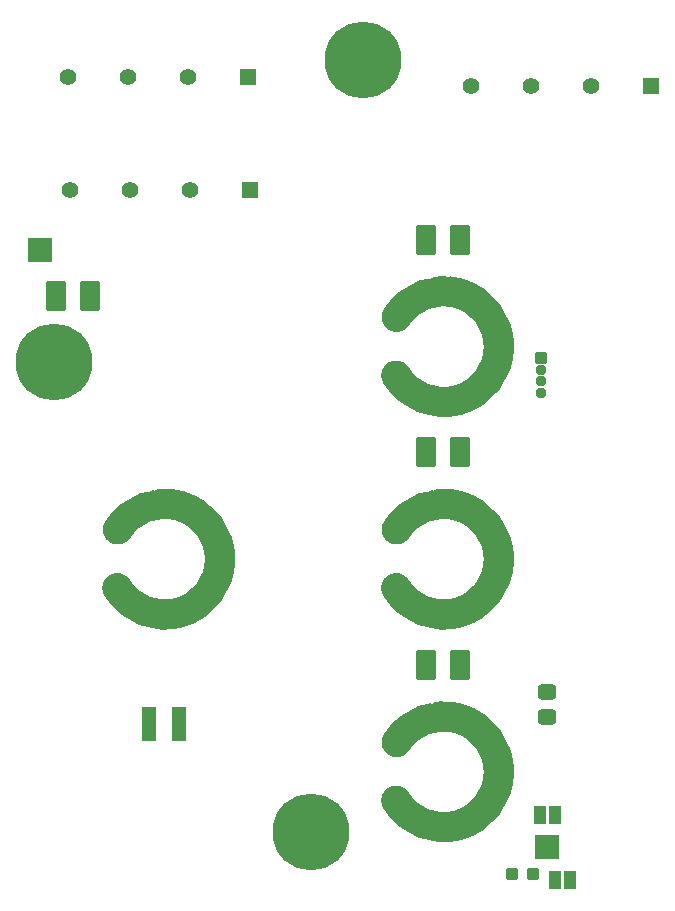
<source format=gbr>
%TF.GenerationSoftware,KiCad,Pcbnew,(7.0.0)*%
%TF.CreationDate,2023-03-15T21:07:42-04:00*%
%TF.ProjectId,headunit_controls,68656164-756e-4697-945f-636f6e74726f,rev?*%
%TF.SameCoordinates,Original*%
%TF.FileFunction,Soldermask,Top*%
%TF.FilePolarity,Negative*%
%FSLAX46Y46*%
G04 Gerber Fmt 4.6, Leading zero omitted, Abs format (unit mm)*
G04 Created by KiCad (PCBNEW (7.0.0)) date 2023-03-15 21:07:42*
%MOMM*%
%LPD*%
G01*
G04 APERTURE LIST*
G04 Aperture macros list*
%AMRoundRect*
0 Rectangle with rounded corners*
0 $1 Rounding radius*
0 $2 $3 $4 $5 $6 $7 $8 $9 X,Y pos of 4 corners*
0 Add a 4 corners polygon primitive as box body*
4,1,4,$2,$3,$4,$5,$6,$7,$8,$9,$2,$3,0*
0 Add four circle primitives for the rounded corners*
1,1,$1+$1,$2,$3*
1,1,$1+$1,$4,$5*
1,1,$1+$1,$6,$7*
1,1,$1+$1,$8,$9*
0 Add four rect primitives between the rounded corners*
20,1,$1+$1,$2,$3,$4,$5,0*
20,1,$1+$1,$4,$5,$6,$7,0*
20,1,$1+$1,$6,$7,$8,$9,0*
20,1,$1+$1,$8,$9,$2,$3,0*%
G04 Aperture macros list end*
%ADD10C,2.500000*%
%ADD11RoundRect,0.050000X0.800000X1.200000X-0.800000X1.200000X-0.800000X-1.200000X0.800000X-1.200000X0*%
%ADD12C,6.500000*%
%ADD13RoundRect,0.050000X0.500000X0.750000X-0.500000X0.750000X-0.500000X-0.750000X0.500000X-0.750000X0*%
%ADD14RoundRect,0.050000X-0.425000X-0.425000X0.425000X-0.425000X0.425000X0.425000X-0.425000X0.425000X0*%
%ADD15O,0.950000X0.950000*%
%ADD16RoundRect,0.300000X0.475000X-0.337500X0.475000X0.337500X-0.475000X0.337500X-0.475000X-0.337500X0*%
%ADD17RoundRect,0.287500X0.250000X0.237500X-0.250000X0.237500X-0.250000X-0.237500X0.250000X-0.237500X0*%
%ADD18RoundRect,0.050000X-0.500000X-0.750000X0.500000X-0.750000X0.500000X0.750000X-0.500000X0.750000X0*%
%ADD19RoundRect,0.050000X-1.000000X-1.000000X1.000000X-1.000000X1.000000X1.000000X-1.000000X1.000000X0*%
%ADD20RoundRect,0.050000X-0.800000X-1.200000X0.800000X-1.200000X0.800000X1.200000X-0.800000X1.200000X0*%
%ADD21RoundRect,0.050000X-0.550000X-1.425000X0.550000X-1.425000X0.550000X1.425000X-0.550000X1.425000X0*%
%ADD22RoundRect,0.050000X0.660000X0.660000X-0.660000X0.660000X-0.660000X-0.660000X0.660000X-0.660000X0*%
%ADD23C,1.420000*%
G04 APERTURE END LIST*
D10*
%TO.C,BTR_3*%
X132828082Y-150085510D02*
G75*
G03*
X132869144Y-145155378I4004033J2431888D01*
G01*
X132828083Y-150085509D02*
G75*
G03*
X132878736Y-145134476I4025717J2434589D01*
G01*
%TO.C,BTR_2*%
X132828082Y-132085510D02*
G75*
G03*
X132869144Y-127155378I4004033J2431888D01*
G01*
X132828082Y-132085510D02*
G75*
G03*
X132878736Y-127134476I4025718J2434589D01*
G01*
%TO.C,BTR_1*%
X109219082Y-150085510D02*
G75*
G03*
X109260144Y-145155378I4004033J2431888D01*
G01*
X109219082Y-150085510D02*
G75*
G03*
X109269736Y-145134476I4025718J2434589D01*
G01*
%TO.C,VOL_1*%
X132828082Y-168085510D02*
G75*
G03*
X132869144Y-163155378I4004033J2431888D01*
G01*
X132828083Y-168085509D02*
G75*
G03*
X132878736Y-163134476I4025717J2434589D01*
G01*
%TD*%
D11*
%TO.C,BAS_LED*%
X138247000Y-120600000D03*
X135397000Y-120600000D03*
%TD*%
D12*
%TO.C,M3_1*%
X130010000Y-105413000D03*
%TD*%
D13*
%TO.C,JP1*%
X146300000Y-169300000D03*
X145000000Y-169300000D03*
%TD*%
D11*
%TO.C,TRE_LED*%
X138247000Y-156650000D03*
X135397000Y-156650000D03*
%TD*%
D14*
%TO.C,LCD_CTRL*%
X145100000Y-130600000D03*
D15*
X145099999Y-131599999D03*
X145099999Y-132599999D03*
X145099999Y-133599999D03*
%TD*%
D16*
%TO.C,C1*%
X145600000Y-161000000D03*
X145600000Y-158925000D03*
%TD*%
D17*
%TO.C,R1*%
X144450000Y-174300000D03*
X142625000Y-174300000D03*
%TD*%
D18*
%TO.C,JP2*%
X146250000Y-174800000D03*
X147550000Y-174800000D03*
%TD*%
D19*
%TO.C,LED_VCC_EX*%
X102650000Y-121500000D03*
%TD*%
D20*
%TO.C,Vol_Text_LED*%
X104075000Y-125400000D03*
X106925000Y-125400000D03*
%TD*%
D21*
%TO.C,Vol_Knob_LED*%
X111943000Y-161633000D03*
X114483000Y-161633000D03*
%TD*%
D19*
%TO.C,LED_GND_EX*%
X145600000Y-172050000D03*
%TD*%
D12*
%TO.C,M3_3*%
X125656000Y-170706000D03*
%TD*%
D11*
%TO.C,FAD_LED*%
X138247000Y-138550000D03*
X135397000Y-138550000D03*
%TD*%
D12*
%TO.C,M3_2*%
X103909000Y-130945000D03*
%TD*%
D22*
%TO.C,CD_relay1*%
X120270000Y-106825000D03*
D23*
X115190000Y-106825000D03*
X110110000Y-106825000D03*
X105030000Y-106825000D03*
%TD*%
D22*
%TO.C,Am/fm_button1*%
X154420000Y-107625000D03*
D23*
X149340000Y-107625000D03*
X144260000Y-107625000D03*
X139180000Y-107625000D03*
%TD*%
D22*
%TO.C,Scan_relay1*%
X120480000Y-116400000D03*
D23*
X115400000Y-116400000D03*
X110320000Y-116400000D03*
X105240000Y-116400000D03*
%TD*%
M02*

</source>
